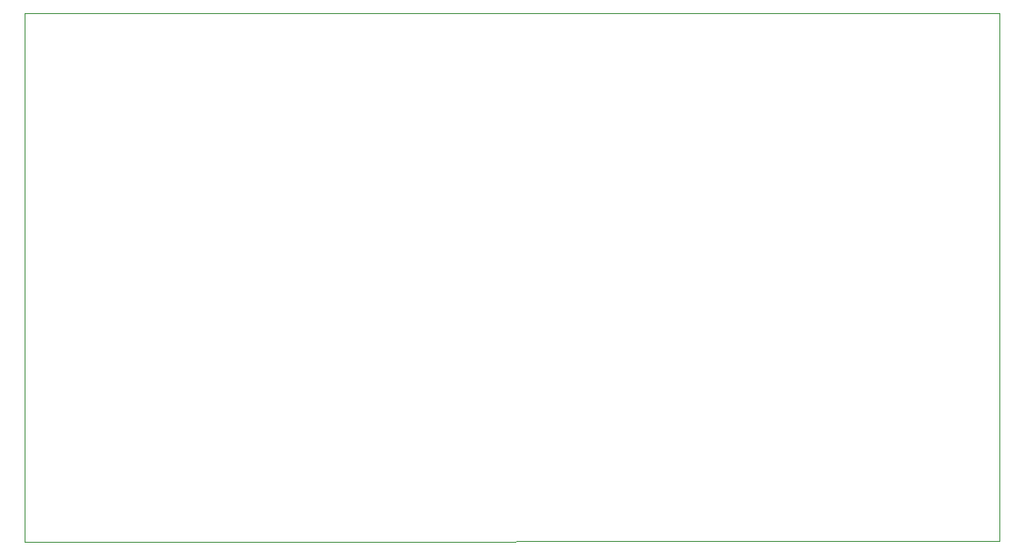
<source format=gbr>
G04 #@! TF.GenerationSoftware,KiCad,Pcbnew,(6.0.7-1)-1*
G04 #@! TF.CreationDate,2022-10-14T20:53:50-04:00*
G04 #@! TF.ProjectId,ebike_TFT,6562696b-655f-4544-9654-2e6b69636164,rev?*
G04 #@! TF.SameCoordinates,Original*
G04 #@! TF.FileFunction,Profile,NP*
%FSLAX46Y46*%
G04 Gerber Fmt 4.6, Leading zero omitted, Abs format (unit mm)*
G04 Created by KiCad (PCBNEW (6.0.7-1)-1) date 2022-10-14 20:53:50*
%MOMM*%
%LPD*%
G01*
G04 APERTURE LIST*
G04 #@! TA.AperFunction,Profile*
%ADD10C,0.050000*%
G04 #@! TD*
G04 APERTURE END LIST*
D10*
X118000000Y-24000000D02*
X24000000Y-24000000D01*
X24000000Y-24000000D02*
X24000000Y-75000000D01*
X118000000Y-74950000D02*
X118000000Y-24000000D01*
X24000000Y-75000000D02*
X118000000Y-74950000D01*
M02*

</source>
